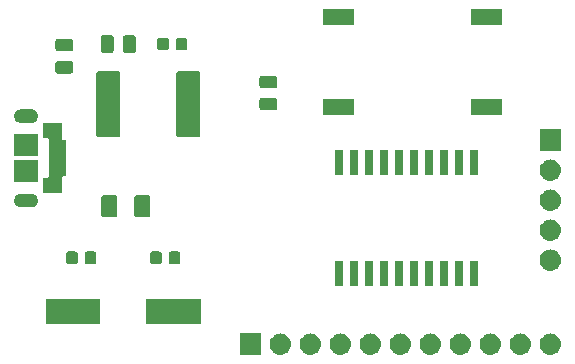
<source format=gbr>
G04 #@! TF.GenerationSoftware,KiCad,Pcbnew,(5.0.1)-4*
G04 #@! TF.CreationDate,2019-08-09T21:17:30+02:00*
G04 #@! TF.ProjectId,USB-SPI_prog,5553422D5350495F70726F672E6B6963,rev?*
G04 #@! TF.SameCoordinates,Original*
G04 #@! TF.FileFunction,Soldermask,Top*
G04 #@! TF.FilePolarity,Negative*
%FSLAX46Y46*%
G04 Gerber Fmt 4.6, Leading zero omitted, Abs format (unit mm)*
G04 Created by KiCad (PCBNEW (5.0.1)-4) date 09.08.2019 21:17:30*
%MOMM*%
%LPD*%
G01*
G04 APERTURE LIST*
%ADD10C,0.100000*%
G04 APERTURE END LIST*
D10*
G36*
X140601000Y-109613000D02*
X138799000Y-109613000D01*
X138799000Y-107811000D01*
X140601000Y-107811000D01*
X140601000Y-109613000D01*
X140601000Y-109613000D01*
G37*
G36*
X162670443Y-107817519D02*
X162736627Y-107824037D01*
X162849853Y-107858384D01*
X162906467Y-107875557D01*
X163045087Y-107949652D01*
X163062991Y-107959222D01*
X163098729Y-107988552D01*
X163200186Y-108071814D01*
X163283448Y-108173271D01*
X163312778Y-108209009D01*
X163312779Y-108209011D01*
X163396443Y-108365533D01*
X163396443Y-108365534D01*
X163447963Y-108535373D01*
X163465359Y-108712000D01*
X163447963Y-108888627D01*
X163413616Y-109001853D01*
X163396443Y-109058467D01*
X163322348Y-109197087D01*
X163312778Y-109214991D01*
X163283448Y-109250729D01*
X163200186Y-109352186D01*
X163098729Y-109435448D01*
X163062991Y-109464778D01*
X163062989Y-109464779D01*
X162906467Y-109548443D01*
X162849853Y-109565616D01*
X162736627Y-109599963D01*
X162670442Y-109606482D01*
X162604260Y-109613000D01*
X162515740Y-109613000D01*
X162449558Y-109606482D01*
X162383373Y-109599963D01*
X162270147Y-109565616D01*
X162213533Y-109548443D01*
X162057011Y-109464779D01*
X162057009Y-109464778D01*
X162021271Y-109435448D01*
X161919814Y-109352186D01*
X161836552Y-109250729D01*
X161807222Y-109214991D01*
X161797652Y-109197087D01*
X161723557Y-109058467D01*
X161706384Y-109001853D01*
X161672037Y-108888627D01*
X161654641Y-108712000D01*
X161672037Y-108535373D01*
X161723557Y-108365534D01*
X161723557Y-108365533D01*
X161807221Y-108209011D01*
X161807222Y-108209009D01*
X161836552Y-108173271D01*
X161919814Y-108071814D01*
X162021271Y-107988552D01*
X162057009Y-107959222D01*
X162074913Y-107949652D01*
X162213533Y-107875557D01*
X162270147Y-107858384D01*
X162383373Y-107824037D01*
X162449557Y-107817519D01*
X162515740Y-107811000D01*
X162604260Y-107811000D01*
X162670443Y-107817519D01*
X162670443Y-107817519D01*
G37*
G36*
X165210443Y-107817519D02*
X165276627Y-107824037D01*
X165389853Y-107858384D01*
X165446467Y-107875557D01*
X165585087Y-107949652D01*
X165602991Y-107959222D01*
X165638729Y-107988552D01*
X165740186Y-108071814D01*
X165823448Y-108173271D01*
X165852778Y-108209009D01*
X165852779Y-108209011D01*
X165936443Y-108365533D01*
X165936443Y-108365534D01*
X165987963Y-108535373D01*
X166005359Y-108712000D01*
X165987963Y-108888627D01*
X165953616Y-109001853D01*
X165936443Y-109058467D01*
X165862348Y-109197087D01*
X165852778Y-109214991D01*
X165823448Y-109250729D01*
X165740186Y-109352186D01*
X165638729Y-109435448D01*
X165602991Y-109464778D01*
X165602989Y-109464779D01*
X165446467Y-109548443D01*
X165389853Y-109565616D01*
X165276627Y-109599963D01*
X165210442Y-109606482D01*
X165144260Y-109613000D01*
X165055740Y-109613000D01*
X164989558Y-109606482D01*
X164923373Y-109599963D01*
X164810147Y-109565616D01*
X164753533Y-109548443D01*
X164597011Y-109464779D01*
X164597009Y-109464778D01*
X164561271Y-109435448D01*
X164459814Y-109352186D01*
X164376552Y-109250729D01*
X164347222Y-109214991D01*
X164337652Y-109197087D01*
X164263557Y-109058467D01*
X164246384Y-109001853D01*
X164212037Y-108888627D01*
X164194641Y-108712000D01*
X164212037Y-108535373D01*
X164263557Y-108365534D01*
X164263557Y-108365533D01*
X164347221Y-108209011D01*
X164347222Y-108209009D01*
X164376552Y-108173271D01*
X164459814Y-108071814D01*
X164561271Y-107988552D01*
X164597009Y-107959222D01*
X164614913Y-107949652D01*
X164753533Y-107875557D01*
X164810147Y-107858384D01*
X164923373Y-107824037D01*
X164989557Y-107817519D01*
X165055740Y-107811000D01*
X165144260Y-107811000D01*
X165210443Y-107817519D01*
X165210443Y-107817519D01*
G37*
G36*
X160130443Y-107817519D02*
X160196627Y-107824037D01*
X160309853Y-107858384D01*
X160366467Y-107875557D01*
X160505087Y-107949652D01*
X160522991Y-107959222D01*
X160558729Y-107988552D01*
X160660186Y-108071814D01*
X160743448Y-108173271D01*
X160772778Y-108209009D01*
X160772779Y-108209011D01*
X160856443Y-108365533D01*
X160856443Y-108365534D01*
X160907963Y-108535373D01*
X160925359Y-108712000D01*
X160907963Y-108888627D01*
X160873616Y-109001853D01*
X160856443Y-109058467D01*
X160782348Y-109197087D01*
X160772778Y-109214991D01*
X160743448Y-109250729D01*
X160660186Y-109352186D01*
X160558729Y-109435448D01*
X160522991Y-109464778D01*
X160522989Y-109464779D01*
X160366467Y-109548443D01*
X160309853Y-109565616D01*
X160196627Y-109599963D01*
X160130442Y-109606482D01*
X160064260Y-109613000D01*
X159975740Y-109613000D01*
X159909558Y-109606482D01*
X159843373Y-109599963D01*
X159730147Y-109565616D01*
X159673533Y-109548443D01*
X159517011Y-109464779D01*
X159517009Y-109464778D01*
X159481271Y-109435448D01*
X159379814Y-109352186D01*
X159296552Y-109250729D01*
X159267222Y-109214991D01*
X159257652Y-109197087D01*
X159183557Y-109058467D01*
X159166384Y-109001853D01*
X159132037Y-108888627D01*
X159114641Y-108712000D01*
X159132037Y-108535373D01*
X159183557Y-108365534D01*
X159183557Y-108365533D01*
X159267221Y-108209011D01*
X159267222Y-108209009D01*
X159296552Y-108173271D01*
X159379814Y-108071814D01*
X159481271Y-107988552D01*
X159517009Y-107959222D01*
X159534913Y-107949652D01*
X159673533Y-107875557D01*
X159730147Y-107858384D01*
X159843373Y-107824037D01*
X159909557Y-107817519D01*
X159975740Y-107811000D01*
X160064260Y-107811000D01*
X160130443Y-107817519D01*
X160130443Y-107817519D01*
G37*
G36*
X157590443Y-107817519D02*
X157656627Y-107824037D01*
X157769853Y-107858384D01*
X157826467Y-107875557D01*
X157965087Y-107949652D01*
X157982991Y-107959222D01*
X158018729Y-107988552D01*
X158120186Y-108071814D01*
X158203448Y-108173271D01*
X158232778Y-108209009D01*
X158232779Y-108209011D01*
X158316443Y-108365533D01*
X158316443Y-108365534D01*
X158367963Y-108535373D01*
X158385359Y-108712000D01*
X158367963Y-108888627D01*
X158333616Y-109001853D01*
X158316443Y-109058467D01*
X158242348Y-109197087D01*
X158232778Y-109214991D01*
X158203448Y-109250729D01*
X158120186Y-109352186D01*
X158018729Y-109435448D01*
X157982991Y-109464778D01*
X157982989Y-109464779D01*
X157826467Y-109548443D01*
X157769853Y-109565616D01*
X157656627Y-109599963D01*
X157590442Y-109606482D01*
X157524260Y-109613000D01*
X157435740Y-109613000D01*
X157369558Y-109606482D01*
X157303373Y-109599963D01*
X157190147Y-109565616D01*
X157133533Y-109548443D01*
X156977011Y-109464779D01*
X156977009Y-109464778D01*
X156941271Y-109435448D01*
X156839814Y-109352186D01*
X156756552Y-109250729D01*
X156727222Y-109214991D01*
X156717652Y-109197087D01*
X156643557Y-109058467D01*
X156626384Y-109001853D01*
X156592037Y-108888627D01*
X156574641Y-108712000D01*
X156592037Y-108535373D01*
X156643557Y-108365534D01*
X156643557Y-108365533D01*
X156727221Y-108209011D01*
X156727222Y-108209009D01*
X156756552Y-108173271D01*
X156839814Y-108071814D01*
X156941271Y-107988552D01*
X156977009Y-107959222D01*
X156994913Y-107949652D01*
X157133533Y-107875557D01*
X157190147Y-107858384D01*
X157303373Y-107824037D01*
X157369557Y-107817519D01*
X157435740Y-107811000D01*
X157524260Y-107811000D01*
X157590443Y-107817519D01*
X157590443Y-107817519D01*
G37*
G36*
X155050443Y-107817519D02*
X155116627Y-107824037D01*
X155229853Y-107858384D01*
X155286467Y-107875557D01*
X155425087Y-107949652D01*
X155442991Y-107959222D01*
X155478729Y-107988552D01*
X155580186Y-108071814D01*
X155663448Y-108173271D01*
X155692778Y-108209009D01*
X155692779Y-108209011D01*
X155776443Y-108365533D01*
X155776443Y-108365534D01*
X155827963Y-108535373D01*
X155845359Y-108712000D01*
X155827963Y-108888627D01*
X155793616Y-109001853D01*
X155776443Y-109058467D01*
X155702348Y-109197087D01*
X155692778Y-109214991D01*
X155663448Y-109250729D01*
X155580186Y-109352186D01*
X155478729Y-109435448D01*
X155442991Y-109464778D01*
X155442989Y-109464779D01*
X155286467Y-109548443D01*
X155229853Y-109565616D01*
X155116627Y-109599963D01*
X155050442Y-109606482D01*
X154984260Y-109613000D01*
X154895740Y-109613000D01*
X154829558Y-109606482D01*
X154763373Y-109599963D01*
X154650147Y-109565616D01*
X154593533Y-109548443D01*
X154437011Y-109464779D01*
X154437009Y-109464778D01*
X154401271Y-109435448D01*
X154299814Y-109352186D01*
X154216552Y-109250729D01*
X154187222Y-109214991D01*
X154177652Y-109197087D01*
X154103557Y-109058467D01*
X154086384Y-109001853D01*
X154052037Y-108888627D01*
X154034641Y-108712000D01*
X154052037Y-108535373D01*
X154103557Y-108365534D01*
X154103557Y-108365533D01*
X154187221Y-108209011D01*
X154187222Y-108209009D01*
X154216552Y-108173271D01*
X154299814Y-108071814D01*
X154401271Y-107988552D01*
X154437009Y-107959222D01*
X154454913Y-107949652D01*
X154593533Y-107875557D01*
X154650147Y-107858384D01*
X154763373Y-107824037D01*
X154829557Y-107817519D01*
X154895740Y-107811000D01*
X154984260Y-107811000D01*
X155050443Y-107817519D01*
X155050443Y-107817519D01*
G37*
G36*
X149970443Y-107817519D02*
X150036627Y-107824037D01*
X150149853Y-107858384D01*
X150206467Y-107875557D01*
X150345087Y-107949652D01*
X150362991Y-107959222D01*
X150398729Y-107988552D01*
X150500186Y-108071814D01*
X150583448Y-108173271D01*
X150612778Y-108209009D01*
X150612779Y-108209011D01*
X150696443Y-108365533D01*
X150696443Y-108365534D01*
X150747963Y-108535373D01*
X150765359Y-108712000D01*
X150747963Y-108888627D01*
X150713616Y-109001853D01*
X150696443Y-109058467D01*
X150622348Y-109197087D01*
X150612778Y-109214991D01*
X150583448Y-109250729D01*
X150500186Y-109352186D01*
X150398729Y-109435448D01*
X150362991Y-109464778D01*
X150362989Y-109464779D01*
X150206467Y-109548443D01*
X150149853Y-109565616D01*
X150036627Y-109599963D01*
X149970442Y-109606482D01*
X149904260Y-109613000D01*
X149815740Y-109613000D01*
X149749558Y-109606482D01*
X149683373Y-109599963D01*
X149570147Y-109565616D01*
X149513533Y-109548443D01*
X149357011Y-109464779D01*
X149357009Y-109464778D01*
X149321271Y-109435448D01*
X149219814Y-109352186D01*
X149136552Y-109250729D01*
X149107222Y-109214991D01*
X149097652Y-109197087D01*
X149023557Y-109058467D01*
X149006384Y-109001853D01*
X148972037Y-108888627D01*
X148954641Y-108712000D01*
X148972037Y-108535373D01*
X149023557Y-108365534D01*
X149023557Y-108365533D01*
X149107221Y-108209011D01*
X149107222Y-108209009D01*
X149136552Y-108173271D01*
X149219814Y-108071814D01*
X149321271Y-107988552D01*
X149357009Y-107959222D01*
X149374913Y-107949652D01*
X149513533Y-107875557D01*
X149570147Y-107858384D01*
X149683373Y-107824037D01*
X149749557Y-107817519D01*
X149815740Y-107811000D01*
X149904260Y-107811000D01*
X149970443Y-107817519D01*
X149970443Y-107817519D01*
G37*
G36*
X147430443Y-107817519D02*
X147496627Y-107824037D01*
X147609853Y-107858384D01*
X147666467Y-107875557D01*
X147805087Y-107949652D01*
X147822991Y-107959222D01*
X147858729Y-107988552D01*
X147960186Y-108071814D01*
X148043448Y-108173271D01*
X148072778Y-108209009D01*
X148072779Y-108209011D01*
X148156443Y-108365533D01*
X148156443Y-108365534D01*
X148207963Y-108535373D01*
X148225359Y-108712000D01*
X148207963Y-108888627D01*
X148173616Y-109001853D01*
X148156443Y-109058467D01*
X148082348Y-109197087D01*
X148072778Y-109214991D01*
X148043448Y-109250729D01*
X147960186Y-109352186D01*
X147858729Y-109435448D01*
X147822991Y-109464778D01*
X147822989Y-109464779D01*
X147666467Y-109548443D01*
X147609853Y-109565616D01*
X147496627Y-109599963D01*
X147430442Y-109606482D01*
X147364260Y-109613000D01*
X147275740Y-109613000D01*
X147209558Y-109606482D01*
X147143373Y-109599963D01*
X147030147Y-109565616D01*
X146973533Y-109548443D01*
X146817011Y-109464779D01*
X146817009Y-109464778D01*
X146781271Y-109435448D01*
X146679814Y-109352186D01*
X146596552Y-109250729D01*
X146567222Y-109214991D01*
X146557652Y-109197087D01*
X146483557Y-109058467D01*
X146466384Y-109001853D01*
X146432037Y-108888627D01*
X146414641Y-108712000D01*
X146432037Y-108535373D01*
X146483557Y-108365534D01*
X146483557Y-108365533D01*
X146567221Y-108209011D01*
X146567222Y-108209009D01*
X146596552Y-108173271D01*
X146679814Y-108071814D01*
X146781271Y-107988552D01*
X146817009Y-107959222D01*
X146834913Y-107949652D01*
X146973533Y-107875557D01*
X147030147Y-107858384D01*
X147143373Y-107824037D01*
X147209557Y-107817519D01*
X147275740Y-107811000D01*
X147364260Y-107811000D01*
X147430443Y-107817519D01*
X147430443Y-107817519D01*
G37*
G36*
X144890443Y-107817519D02*
X144956627Y-107824037D01*
X145069853Y-107858384D01*
X145126467Y-107875557D01*
X145265087Y-107949652D01*
X145282991Y-107959222D01*
X145318729Y-107988552D01*
X145420186Y-108071814D01*
X145503448Y-108173271D01*
X145532778Y-108209009D01*
X145532779Y-108209011D01*
X145616443Y-108365533D01*
X145616443Y-108365534D01*
X145667963Y-108535373D01*
X145685359Y-108712000D01*
X145667963Y-108888627D01*
X145633616Y-109001853D01*
X145616443Y-109058467D01*
X145542348Y-109197087D01*
X145532778Y-109214991D01*
X145503448Y-109250729D01*
X145420186Y-109352186D01*
X145318729Y-109435448D01*
X145282991Y-109464778D01*
X145282989Y-109464779D01*
X145126467Y-109548443D01*
X145069853Y-109565616D01*
X144956627Y-109599963D01*
X144890442Y-109606482D01*
X144824260Y-109613000D01*
X144735740Y-109613000D01*
X144669558Y-109606482D01*
X144603373Y-109599963D01*
X144490147Y-109565616D01*
X144433533Y-109548443D01*
X144277011Y-109464779D01*
X144277009Y-109464778D01*
X144241271Y-109435448D01*
X144139814Y-109352186D01*
X144056552Y-109250729D01*
X144027222Y-109214991D01*
X144017652Y-109197087D01*
X143943557Y-109058467D01*
X143926384Y-109001853D01*
X143892037Y-108888627D01*
X143874641Y-108712000D01*
X143892037Y-108535373D01*
X143943557Y-108365534D01*
X143943557Y-108365533D01*
X144027221Y-108209011D01*
X144027222Y-108209009D01*
X144056552Y-108173271D01*
X144139814Y-108071814D01*
X144241271Y-107988552D01*
X144277009Y-107959222D01*
X144294913Y-107949652D01*
X144433533Y-107875557D01*
X144490147Y-107858384D01*
X144603373Y-107824037D01*
X144669557Y-107817519D01*
X144735740Y-107811000D01*
X144824260Y-107811000D01*
X144890443Y-107817519D01*
X144890443Y-107817519D01*
G37*
G36*
X142350443Y-107817519D02*
X142416627Y-107824037D01*
X142529853Y-107858384D01*
X142586467Y-107875557D01*
X142725087Y-107949652D01*
X142742991Y-107959222D01*
X142778729Y-107988552D01*
X142880186Y-108071814D01*
X142963448Y-108173271D01*
X142992778Y-108209009D01*
X142992779Y-108209011D01*
X143076443Y-108365533D01*
X143076443Y-108365534D01*
X143127963Y-108535373D01*
X143145359Y-108712000D01*
X143127963Y-108888627D01*
X143093616Y-109001853D01*
X143076443Y-109058467D01*
X143002348Y-109197087D01*
X142992778Y-109214991D01*
X142963448Y-109250729D01*
X142880186Y-109352186D01*
X142778729Y-109435448D01*
X142742991Y-109464778D01*
X142742989Y-109464779D01*
X142586467Y-109548443D01*
X142529853Y-109565616D01*
X142416627Y-109599963D01*
X142350442Y-109606482D01*
X142284260Y-109613000D01*
X142195740Y-109613000D01*
X142129558Y-109606482D01*
X142063373Y-109599963D01*
X141950147Y-109565616D01*
X141893533Y-109548443D01*
X141737011Y-109464779D01*
X141737009Y-109464778D01*
X141701271Y-109435448D01*
X141599814Y-109352186D01*
X141516552Y-109250729D01*
X141487222Y-109214991D01*
X141477652Y-109197087D01*
X141403557Y-109058467D01*
X141386384Y-109001853D01*
X141352037Y-108888627D01*
X141334641Y-108712000D01*
X141352037Y-108535373D01*
X141403557Y-108365534D01*
X141403557Y-108365533D01*
X141487221Y-108209011D01*
X141487222Y-108209009D01*
X141516552Y-108173271D01*
X141599814Y-108071814D01*
X141701271Y-107988552D01*
X141737009Y-107959222D01*
X141754913Y-107949652D01*
X141893533Y-107875557D01*
X141950147Y-107858384D01*
X142063373Y-107824037D01*
X142129557Y-107817519D01*
X142195740Y-107811000D01*
X142284260Y-107811000D01*
X142350443Y-107817519D01*
X142350443Y-107817519D01*
G37*
G36*
X152510443Y-107817519D02*
X152576627Y-107824037D01*
X152689853Y-107858384D01*
X152746467Y-107875557D01*
X152885087Y-107949652D01*
X152902991Y-107959222D01*
X152938729Y-107988552D01*
X153040186Y-108071814D01*
X153123448Y-108173271D01*
X153152778Y-108209009D01*
X153152779Y-108209011D01*
X153236443Y-108365533D01*
X153236443Y-108365534D01*
X153287963Y-108535373D01*
X153305359Y-108712000D01*
X153287963Y-108888627D01*
X153253616Y-109001853D01*
X153236443Y-109058467D01*
X153162348Y-109197087D01*
X153152778Y-109214991D01*
X153123448Y-109250729D01*
X153040186Y-109352186D01*
X152938729Y-109435448D01*
X152902991Y-109464778D01*
X152902989Y-109464779D01*
X152746467Y-109548443D01*
X152689853Y-109565616D01*
X152576627Y-109599963D01*
X152510442Y-109606482D01*
X152444260Y-109613000D01*
X152355740Y-109613000D01*
X152289558Y-109606482D01*
X152223373Y-109599963D01*
X152110147Y-109565616D01*
X152053533Y-109548443D01*
X151897011Y-109464779D01*
X151897009Y-109464778D01*
X151861271Y-109435448D01*
X151759814Y-109352186D01*
X151676552Y-109250729D01*
X151647222Y-109214991D01*
X151637652Y-109197087D01*
X151563557Y-109058467D01*
X151546384Y-109001853D01*
X151512037Y-108888627D01*
X151494641Y-108712000D01*
X151512037Y-108535373D01*
X151563557Y-108365534D01*
X151563557Y-108365533D01*
X151647221Y-108209011D01*
X151647222Y-108209009D01*
X151676552Y-108173271D01*
X151759814Y-108071814D01*
X151861271Y-107988552D01*
X151897009Y-107959222D01*
X151914913Y-107949652D01*
X152053533Y-107875557D01*
X152110147Y-107858384D01*
X152223373Y-107824037D01*
X152289557Y-107817519D01*
X152355740Y-107811000D01*
X152444260Y-107811000D01*
X152510443Y-107817519D01*
X152510443Y-107817519D01*
G37*
G36*
X126990598Y-107020831D02*
X122388598Y-107020831D01*
X122388598Y-104918831D01*
X126990598Y-104918831D01*
X126990598Y-107020831D01*
X126990598Y-107020831D01*
G37*
G36*
X135490598Y-107020831D02*
X130888598Y-107020831D01*
X130888598Y-104918831D01*
X135490598Y-104918831D01*
X135490598Y-107020831D01*
X135490598Y-107020831D01*
G37*
G36*
X153894000Y-103770000D02*
X153192000Y-103770000D01*
X153192000Y-101718000D01*
X153894000Y-101718000D01*
X153894000Y-103770000D01*
X153894000Y-103770000D01*
G37*
G36*
X158974000Y-103770000D02*
X158272000Y-103770000D01*
X158272000Y-101718000D01*
X158974000Y-101718000D01*
X158974000Y-103770000D01*
X158974000Y-103770000D01*
G37*
G36*
X156434000Y-103770000D02*
X155732000Y-103770000D01*
X155732000Y-101718000D01*
X156434000Y-101718000D01*
X156434000Y-103770000D01*
X156434000Y-103770000D01*
G37*
G36*
X155164000Y-103770000D02*
X154462000Y-103770000D01*
X154462000Y-101718000D01*
X155164000Y-101718000D01*
X155164000Y-103770000D01*
X155164000Y-103770000D01*
G37*
G36*
X152624000Y-103770000D02*
X151922000Y-103770000D01*
X151922000Y-101718000D01*
X152624000Y-101718000D01*
X152624000Y-103770000D01*
X152624000Y-103770000D01*
G37*
G36*
X151354000Y-103770000D02*
X150652000Y-103770000D01*
X150652000Y-101718000D01*
X151354000Y-101718000D01*
X151354000Y-103770000D01*
X151354000Y-103770000D01*
G37*
G36*
X150084000Y-103770000D02*
X149382000Y-103770000D01*
X149382000Y-101718000D01*
X150084000Y-101718000D01*
X150084000Y-103770000D01*
X150084000Y-103770000D01*
G37*
G36*
X148814000Y-103770000D02*
X148112000Y-103770000D01*
X148112000Y-101718000D01*
X148814000Y-101718000D01*
X148814000Y-103770000D01*
X148814000Y-103770000D01*
G37*
G36*
X147544000Y-103770000D02*
X146842000Y-103770000D01*
X146842000Y-101718000D01*
X147544000Y-101718000D01*
X147544000Y-103770000D01*
X147544000Y-103770000D01*
G37*
G36*
X157704000Y-103770000D02*
X157002000Y-103770000D01*
X157002000Y-101718000D01*
X157704000Y-101718000D01*
X157704000Y-103770000D01*
X157704000Y-103770000D01*
G37*
G36*
X165210443Y-100705519D02*
X165276627Y-100712037D01*
X165389853Y-100746384D01*
X165446467Y-100763557D01*
X165585087Y-100837652D01*
X165602991Y-100847222D01*
X165632977Y-100871831D01*
X165740186Y-100959814D01*
X165791721Y-101022611D01*
X165852778Y-101097009D01*
X165852779Y-101097011D01*
X165936443Y-101253533D01*
X165936443Y-101253534D01*
X165987963Y-101423373D01*
X166005359Y-101600000D01*
X165987963Y-101776627D01*
X165965010Y-101852292D01*
X165936443Y-101946467D01*
X165862348Y-102085087D01*
X165852778Y-102102991D01*
X165823448Y-102138729D01*
X165740186Y-102240186D01*
X165638729Y-102323448D01*
X165602991Y-102352778D01*
X165602989Y-102352779D01*
X165446467Y-102436443D01*
X165389853Y-102453616D01*
X165276627Y-102487963D01*
X165210442Y-102494482D01*
X165144260Y-102501000D01*
X165055740Y-102501000D01*
X164989558Y-102494482D01*
X164923373Y-102487963D01*
X164810147Y-102453616D01*
X164753533Y-102436443D01*
X164597011Y-102352779D01*
X164597009Y-102352778D01*
X164561271Y-102323448D01*
X164459814Y-102240186D01*
X164376552Y-102138729D01*
X164347222Y-102102991D01*
X164337652Y-102085087D01*
X164263557Y-101946467D01*
X164234990Y-101852292D01*
X164212037Y-101776627D01*
X164194641Y-101600000D01*
X164212037Y-101423373D01*
X164263557Y-101253534D01*
X164263557Y-101253533D01*
X164347221Y-101097011D01*
X164347222Y-101097009D01*
X164408279Y-101022611D01*
X164459814Y-100959814D01*
X164567023Y-100871831D01*
X164597009Y-100847222D01*
X164614913Y-100837652D01*
X164753533Y-100763557D01*
X164810147Y-100746384D01*
X164923373Y-100712037D01*
X164989557Y-100705519D01*
X165055740Y-100699000D01*
X165144260Y-100699000D01*
X165210443Y-100705519D01*
X165210443Y-100705519D01*
G37*
G36*
X132050189Y-100875916D02*
X132084167Y-100886224D01*
X132115485Y-100902964D01*
X132142937Y-100925492D01*
X132165465Y-100952944D01*
X132182205Y-100984262D01*
X132192513Y-101018240D01*
X132196598Y-101059721D01*
X132196598Y-101735941D01*
X132192513Y-101777422D01*
X132182205Y-101811400D01*
X132165465Y-101842718D01*
X132142937Y-101870170D01*
X132115485Y-101892698D01*
X132084167Y-101909438D01*
X132050189Y-101919746D01*
X132008708Y-101923831D01*
X131407488Y-101923831D01*
X131366007Y-101919746D01*
X131332029Y-101909438D01*
X131300711Y-101892698D01*
X131273259Y-101870170D01*
X131250731Y-101842718D01*
X131233991Y-101811400D01*
X131223683Y-101777422D01*
X131219598Y-101735941D01*
X131219598Y-101059721D01*
X131223683Y-101018240D01*
X131233991Y-100984262D01*
X131250731Y-100952944D01*
X131273259Y-100925492D01*
X131300711Y-100902964D01*
X131332029Y-100886224D01*
X131366007Y-100875916D01*
X131407488Y-100871831D01*
X132008708Y-100871831D01*
X132050189Y-100875916D01*
X132050189Y-100875916D01*
G37*
G36*
X133625189Y-100875916D02*
X133659167Y-100886224D01*
X133690485Y-100902964D01*
X133717937Y-100925492D01*
X133740465Y-100952944D01*
X133757205Y-100984262D01*
X133767513Y-101018240D01*
X133771598Y-101059721D01*
X133771598Y-101735941D01*
X133767513Y-101777422D01*
X133757205Y-101811400D01*
X133740465Y-101842718D01*
X133717937Y-101870170D01*
X133690485Y-101892698D01*
X133659167Y-101909438D01*
X133625189Y-101919746D01*
X133583708Y-101923831D01*
X132982488Y-101923831D01*
X132941007Y-101919746D01*
X132907029Y-101909438D01*
X132875711Y-101892698D01*
X132848259Y-101870170D01*
X132825731Y-101842718D01*
X132808991Y-101811400D01*
X132798683Y-101777422D01*
X132794598Y-101735941D01*
X132794598Y-101059721D01*
X132798683Y-101018240D01*
X132808991Y-100984262D01*
X132825731Y-100952944D01*
X132848259Y-100925492D01*
X132875711Y-100902964D01*
X132907029Y-100886224D01*
X132941007Y-100875916D01*
X132982488Y-100871831D01*
X133583708Y-100871831D01*
X133625189Y-100875916D01*
X133625189Y-100875916D01*
G37*
G36*
X124938189Y-100875916D02*
X124972167Y-100886224D01*
X125003485Y-100902964D01*
X125030937Y-100925492D01*
X125053465Y-100952944D01*
X125070205Y-100984262D01*
X125080513Y-101018240D01*
X125084598Y-101059721D01*
X125084598Y-101735941D01*
X125080513Y-101777422D01*
X125070205Y-101811400D01*
X125053465Y-101842718D01*
X125030937Y-101870170D01*
X125003485Y-101892698D01*
X124972167Y-101909438D01*
X124938189Y-101919746D01*
X124896708Y-101923831D01*
X124295488Y-101923831D01*
X124254007Y-101919746D01*
X124220029Y-101909438D01*
X124188711Y-101892698D01*
X124161259Y-101870170D01*
X124138731Y-101842718D01*
X124121991Y-101811400D01*
X124111683Y-101777422D01*
X124107598Y-101735941D01*
X124107598Y-101059721D01*
X124111683Y-101018240D01*
X124121991Y-100984262D01*
X124138731Y-100952944D01*
X124161259Y-100925492D01*
X124188711Y-100902964D01*
X124220029Y-100886224D01*
X124254007Y-100875916D01*
X124295488Y-100871831D01*
X124896708Y-100871831D01*
X124938189Y-100875916D01*
X124938189Y-100875916D01*
G37*
G36*
X126513189Y-100875916D02*
X126547167Y-100886224D01*
X126578485Y-100902964D01*
X126605937Y-100925492D01*
X126628465Y-100952944D01*
X126645205Y-100984262D01*
X126655513Y-101018240D01*
X126659598Y-101059721D01*
X126659598Y-101735941D01*
X126655513Y-101777422D01*
X126645205Y-101811400D01*
X126628465Y-101842718D01*
X126605937Y-101870170D01*
X126578485Y-101892698D01*
X126547167Y-101909438D01*
X126513189Y-101919746D01*
X126471708Y-101923831D01*
X125870488Y-101923831D01*
X125829007Y-101919746D01*
X125795029Y-101909438D01*
X125763711Y-101892698D01*
X125736259Y-101870170D01*
X125713731Y-101842718D01*
X125696991Y-101811400D01*
X125686683Y-101777422D01*
X125682598Y-101735941D01*
X125682598Y-101059721D01*
X125686683Y-101018240D01*
X125696991Y-100984262D01*
X125713731Y-100952944D01*
X125736259Y-100925492D01*
X125763711Y-100902964D01*
X125795029Y-100886224D01*
X125829007Y-100875916D01*
X125870488Y-100871831D01*
X126471708Y-100871831D01*
X126513189Y-100875916D01*
X126513189Y-100875916D01*
G37*
G36*
X165210443Y-98165519D02*
X165276627Y-98172037D01*
X165389853Y-98206384D01*
X165446467Y-98223557D01*
X165585087Y-98297652D01*
X165602991Y-98307222D01*
X165638729Y-98336552D01*
X165740186Y-98419814D01*
X165823448Y-98521271D01*
X165852778Y-98557009D01*
X165852779Y-98557011D01*
X165936443Y-98713533D01*
X165936443Y-98713534D01*
X165987963Y-98883373D01*
X166005359Y-99060000D01*
X165987963Y-99236627D01*
X165953616Y-99349853D01*
X165936443Y-99406467D01*
X165862348Y-99545087D01*
X165852778Y-99562991D01*
X165823448Y-99598729D01*
X165740186Y-99700186D01*
X165638729Y-99783448D01*
X165602991Y-99812778D01*
X165602989Y-99812779D01*
X165446467Y-99896443D01*
X165389853Y-99913616D01*
X165276627Y-99947963D01*
X165210443Y-99954481D01*
X165144260Y-99961000D01*
X165055740Y-99961000D01*
X164989557Y-99954481D01*
X164923373Y-99947963D01*
X164810147Y-99913616D01*
X164753533Y-99896443D01*
X164597011Y-99812779D01*
X164597009Y-99812778D01*
X164561271Y-99783448D01*
X164459814Y-99700186D01*
X164376552Y-99598729D01*
X164347222Y-99562991D01*
X164337652Y-99545087D01*
X164263557Y-99406467D01*
X164246384Y-99349853D01*
X164212037Y-99236627D01*
X164194641Y-99060000D01*
X164212037Y-98883373D01*
X164263557Y-98713534D01*
X164263557Y-98713533D01*
X164347221Y-98557011D01*
X164347222Y-98557009D01*
X164376552Y-98521271D01*
X164459814Y-98419814D01*
X164561271Y-98336552D01*
X164597009Y-98307222D01*
X164614913Y-98297652D01*
X164753533Y-98223557D01*
X164810147Y-98206384D01*
X164923373Y-98172037D01*
X164989557Y-98165519D01*
X165055740Y-98159000D01*
X165144260Y-98159000D01*
X165210443Y-98165519D01*
X165210443Y-98165519D01*
G37*
G36*
X131074604Y-96106347D02*
X131111145Y-96117432D01*
X131144820Y-96135431D01*
X131174341Y-96159659D01*
X131198569Y-96189180D01*
X131216568Y-96222855D01*
X131227653Y-96259396D01*
X131232000Y-96303538D01*
X131232000Y-97752462D01*
X131227653Y-97796604D01*
X131216568Y-97833145D01*
X131198569Y-97866820D01*
X131174341Y-97896341D01*
X131144820Y-97920569D01*
X131111145Y-97938568D01*
X131074604Y-97949653D01*
X131030462Y-97954000D01*
X130081538Y-97954000D01*
X130037396Y-97949653D01*
X130000855Y-97938568D01*
X129967180Y-97920569D01*
X129937659Y-97896341D01*
X129913431Y-97866820D01*
X129895432Y-97833145D01*
X129884347Y-97796604D01*
X129880000Y-97752462D01*
X129880000Y-96303538D01*
X129884347Y-96259396D01*
X129895432Y-96222855D01*
X129913431Y-96189180D01*
X129937659Y-96159659D01*
X129967180Y-96135431D01*
X130000855Y-96117432D01*
X130037396Y-96106347D01*
X130081538Y-96102000D01*
X131030462Y-96102000D01*
X131074604Y-96106347D01*
X131074604Y-96106347D01*
G37*
G36*
X128274604Y-96106347D02*
X128311145Y-96117432D01*
X128344820Y-96135431D01*
X128374341Y-96159659D01*
X128398569Y-96189180D01*
X128416568Y-96222855D01*
X128427653Y-96259396D01*
X128432000Y-96303538D01*
X128432000Y-97752462D01*
X128427653Y-97796604D01*
X128416568Y-97833145D01*
X128398569Y-97866820D01*
X128374341Y-97896341D01*
X128344820Y-97920569D01*
X128311145Y-97938568D01*
X128274604Y-97949653D01*
X128230462Y-97954000D01*
X127281538Y-97954000D01*
X127237396Y-97949653D01*
X127200855Y-97938568D01*
X127167180Y-97920569D01*
X127137659Y-97896341D01*
X127113431Y-97866820D01*
X127095432Y-97833145D01*
X127084347Y-97796604D01*
X127080000Y-97752462D01*
X127080000Y-96303538D01*
X127084347Y-96259396D01*
X127095432Y-96222855D01*
X127113431Y-96189180D01*
X127137659Y-96159659D01*
X127167180Y-96135431D01*
X127200855Y-96117432D01*
X127237396Y-96106347D01*
X127281538Y-96102000D01*
X128230462Y-96102000D01*
X128274604Y-96106347D01*
X128274604Y-96106347D01*
G37*
G36*
X165210442Y-95625518D02*
X165276627Y-95632037D01*
X165389853Y-95666384D01*
X165446467Y-95683557D01*
X165585087Y-95757652D01*
X165602991Y-95767222D01*
X165638729Y-95796552D01*
X165740186Y-95879814D01*
X165808454Y-95963000D01*
X165852778Y-96017009D01*
X165852779Y-96017011D01*
X165936443Y-96173533D01*
X165936443Y-96173534D01*
X165987963Y-96343373D01*
X166005359Y-96520000D01*
X165987963Y-96696627D01*
X165968590Y-96760492D01*
X165936443Y-96866467D01*
X165892721Y-96948264D01*
X165852778Y-97022991D01*
X165823448Y-97058729D01*
X165740186Y-97160186D01*
X165638729Y-97243448D01*
X165602991Y-97272778D01*
X165602989Y-97272779D01*
X165446467Y-97356443D01*
X165389853Y-97373616D01*
X165276627Y-97407963D01*
X165210442Y-97414482D01*
X165144260Y-97421000D01*
X165055740Y-97421000D01*
X164989558Y-97414482D01*
X164923373Y-97407963D01*
X164810147Y-97373616D01*
X164753533Y-97356443D01*
X164597011Y-97272779D01*
X164597009Y-97272778D01*
X164561271Y-97243448D01*
X164459814Y-97160186D01*
X164376552Y-97058729D01*
X164347222Y-97022991D01*
X164307279Y-96948264D01*
X164263557Y-96866467D01*
X164231410Y-96760492D01*
X164212037Y-96696627D01*
X164194641Y-96520000D01*
X164212037Y-96343373D01*
X164263557Y-96173534D01*
X164263557Y-96173533D01*
X164347221Y-96017011D01*
X164347222Y-96017009D01*
X164391546Y-95963000D01*
X164459814Y-95879814D01*
X164561271Y-95796552D01*
X164597009Y-95767222D01*
X164614913Y-95757652D01*
X164753533Y-95683557D01*
X164810147Y-95666384D01*
X164923373Y-95632037D01*
X164989558Y-95625518D01*
X165055740Y-95619000D01*
X165144260Y-95619000D01*
X165210442Y-95625518D01*
X165210442Y-95625518D01*
G37*
G36*
X121257916Y-95971334D02*
X121366492Y-96004271D01*
X121466557Y-96057756D01*
X121554264Y-96129736D01*
X121626244Y-96217443D01*
X121679729Y-96317508D01*
X121712666Y-96426084D01*
X121723787Y-96539000D01*
X121712666Y-96651916D01*
X121679729Y-96760492D01*
X121626244Y-96860557D01*
X121554264Y-96948264D01*
X121466557Y-97020244D01*
X121366492Y-97073729D01*
X121257916Y-97106666D01*
X121173298Y-97115000D01*
X120266702Y-97115000D01*
X120182084Y-97106666D01*
X120073508Y-97073729D01*
X119973443Y-97020244D01*
X119885736Y-96948264D01*
X119813756Y-96860557D01*
X119760271Y-96760492D01*
X119727334Y-96651916D01*
X119716213Y-96539000D01*
X119727334Y-96426084D01*
X119760271Y-96317508D01*
X119813756Y-96217443D01*
X119885736Y-96129736D01*
X119973443Y-96057756D01*
X120073508Y-96004271D01*
X120182084Y-95971334D01*
X120266702Y-95963000D01*
X121173298Y-95963000D01*
X121257916Y-95971334D01*
X121257916Y-95971334D01*
G37*
G36*
X123726000Y-91288000D02*
X123728402Y-91312386D01*
X123735515Y-91335835D01*
X123747066Y-91357446D01*
X123762612Y-91376388D01*
X123781554Y-91391934D01*
X123803165Y-91403485D01*
X123826614Y-91410598D01*
X123851000Y-91413000D01*
X124121000Y-91413000D01*
X124121000Y-94515000D01*
X123851000Y-94515000D01*
X123826614Y-94517402D01*
X123803165Y-94524515D01*
X123781554Y-94536066D01*
X123762612Y-94551612D01*
X123747066Y-94570554D01*
X123735515Y-94592165D01*
X123728402Y-94615614D01*
X123726000Y-94640000D01*
X123726000Y-95910000D01*
X122174000Y-95910000D01*
X122174000Y-94658000D01*
X122494000Y-94658000D01*
X122518386Y-94655598D01*
X122541835Y-94648485D01*
X122563446Y-94636934D01*
X122582388Y-94621388D01*
X122597934Y-94602446D01*
X122609485Y-94580835D01*
X122616598Y-94557386D01*
X122619000Y-94533000D01*
X122619000Y-91395000D01*
X122616598Y-91370614D01*
X122609485Y-91347165D01*
X122597934Y-91325554D01*
X122582388Y-91306612D01*
X122563446Y-91291066D01*
X122541835Y-91279515D01*
X122518386Y-91272402D01*
X122494000Y-91270000D01*
X122174000Y-91270000D01*
X122174000Y-90018000D01*
X123726000Y-90018000D01*
X123726000Y-91288000D01*
X123726000Y-91288000D01*
G37*
G36*
X121721000Y-95015000D02*
X119719000Y-95015000D01*
X119719000Y-93163000D01*
X121721000Y-93163000D01*
X121721000Y-95015000D01*
X121721000Y-95015000D01*
G37*
G36*
X165210443Y-93085519D02*
X165276627Y-93092037D01*
X165389853Y-93126384D01*
X165446467Y-93143557D01*
X165580125Y-93215000D01*
X165602991Y-93227222D01*
X165638729Y-93256552D01*
X165740186Y-93339814D01*
X165823448Y-93441271D01*
X165852778Y-93477009D01*
X165852779Y-93477011D01*
X165936443Y-93633533D01*
X165936443Y-93633534D01*
X165987963Y-93803373D01*
X166005359Y-93980000D01*
X165987963Y-94156627D01*
X165953616Y-94269853D01*
X165936443Y-94326467D01*
X165862348Y-94465087D01*
X165852778Y-94482991D01*
X165826509Y-94515000D01*
X165740186Y-94620186D01*
X165638729Y-94703448D01*
X165602991Y-94732778D01*
X165602989Y-94732779D01*
X165446467Y-94816443D01*
X165389853Y-94833616D01*
X165276627Y-94867963D01*
X165210443Y-94874481D01*
X165144260Y-94881000D01*
X165055740Y-94881000D01*
X164989557Y-94874481D01*
X164923373Y-94867963D01*
X164810147Y-94833616D01*
X164753533Y-94816443D01*
X164597011Y-94732779D01*
X164597009Y-94732778D01*
X164561271Y-94703448D01*
X164459814Y-94620186D01*
X164373491Y-94515000D01*
X164347222Y-94482991D01*
X164337652Y-94465087D01*
X164263557Y-94326467D01*
X164246384Y-94269853D01*
X164212037Y-94156627D01*
X164194641Y-93980000D01*
X164212037Y-93803373D01*
X164263557Y-93633534D01*
X164263557Y-93633533D01*
X164347221Y-93477011D01*
X164347222Y-93477009D01*
X164376552Y-93441271D01*
X164459814Y-93339814D01*
X164561271Y-93256552D01*
X164597009Y-93227222D01*
X164619875Y-93215000D01*
X164753533Y-93143557D01*
X164810147Y-93126384D01*
X164923373Y-93092037D01*
X164989557Y-93085519D01*
X165055740Y-93079000D01*
X165144260Y-93079000D01*
X165210443Y-93085519D01*
X165210443Y-93085519D01*
G37*
G36*
X155164000Y-94370000D02*
X154462000Y-94370000D01*
X154462000Y-92318000D01*
X155164000Y-92318000D01*
X155164000Y-94370000D01*
X155164000Y-94370000D01*
G37*
G36*
X147544000Y-94370000D02*
X146842000Y-94370000D01*
X146842000Y-92318000D01*
X147544000Y-92318000D01*
X147544000Y-94370000D01*
X147544000Y-94370000D01*
G37*
G36*
X148814000Y-94370000D02*
X148112000Y-94370000D01*
X148112000Y-92318000D01*
X148814000Y-92318000D01*
X148814000Y-94370000D01*
X148814000Y-94370000D01*
G37*
G36*
X150084000Y-94370000D02*
X149382000Y-94370000D01*
X149382000Y-92318000D01*
X150084000Y-92318000D01*
X150084000Y-94370000D01*
X150084000Y-94370000D01*
G37*
G36*
X151354000Y-94370000D02*
X150652000Y-94370000D01*
X150652000Y-92318000D01*
X151354000Y-92318000D01*
X151354000Y-94370000D01*
X151354000Y-94370000D01*
G37*
G36*
X152624000Y-94370000D02*
X151922000Y-94370000D01*
X151922000Y-92318000D01*
X152624000Y-92318000D01*
X152624000Y-94370000D01*
X152624000Y-94370000D01*
G37*
G36*
X153894000Y-94370000D02*
X153192000Y-94370000D01*
X153192000Y-92318000D01*
X153894000Y-92318000D01*
X153894000Y-94370000D01*
X153894000Y-94370000D01*
G37*
G36*
X156434000Y-94370000D02*
X155732000Y-94370000D01*
X155732000Y-92318000D01*
X156434000Y-92318000D01*
X156434000Y-94370000D01*
X156434000Y-94370000D01*
G37*
G36*
X158974000Y-94370000D02*
X158272000Y-94370000D01*
X158272000Y-92318000D01*
X158974000Y-92318000D01*
X158974000Y-94370000D01*
X158974000Y-94370000D01*
G37*
G36*
X157704000Y-94370000D02*
X157002000Y-94370000D01*
X157002000Y-92318000D01*
X157704000Y-92318000D01*
X157704000Y-94370000D01*
X157704000Y-94370000D01*
G37*
G36*
X121721000Y-92765000D02*
X119719000Y-92765000D01*
X119719000Y-90913000D01*
X121721000Y-90913000D01*
X121721000Y-92765000D01*
X121721000Y-92765000D01*
G37*
G36*
X166001000Y-92341000D02*
X164199000Y-92341000D01*
X164199000Y-90539000D01*
X166001000Y-90539000D01*
X166001000Y-92341000D01*
X166001000Y-92341000D01*
G37*
G36*
X128552475Y-85619873D02*
X128584382Y-85629552D01*
X128613792Y-85645273D01*
X128639571Y-85666429D01*
X128660727Y-85692208D01*
X128676448Y-85721618D01*
X128686127Y-85753525D01*
X128690000Y-85792853D01*
X128690000Y-90991147D01*
X128686127Y-91030475D01*
X128676448Y-91062382D01*
X128660727Y-91091792D01*
X128639571Y-91117571D01*
X128613792Y-91138727D01*
X128584382Y-91154448D01*
X128552475Y-91164127D01*
X128513147Y-91168000D01*
X126839853Y-91168000D01*
X126800525Y-91164127D01*
X126768618Y-91154448D01*
X126739208Y-91138727D01*
X126713429Y-91117571D01*
X126692273Y-91091792D01*
X126676552Y-91062382D01*
X126666873Y-91030475D01*
X126663000Y-90991147D01*
X126663000Y-85792853D01*
X126666873Y-85753525D01*
X126676552Y-85721618D01*
X126692273Y-85692208D01*
X126713429Y-85666429D01*
X126739208Y-85645273D01*
X126768618Y-85629552D01*
X126800525Y-85619873D01*
X126839853Y-85616000D01*
X128513147Y-85616000D01*
X128552475Y-85619873D01*
X128552475Y-85619873D01*
G37*
G36*
X135327475Y-85619873D02*
X135359382Y-85629552D01*
X135388792Y-85645273D01*
X135414571Y-85666429D01*
X135435727Y-85692208D01*
X135451448Y-85721618D01*
X135461127Y-85753525D01*
X135465000Y-85792853D01*
X135465000Y-90991147D01*
X135461127Y-91030475D01*
X135451448Y-91062382D01*
X135435727Y-91091792D01*
X135414571Y-91117571D01*
X135388792Y-91138727D01*
X135359382Y-91154448D01*
X135327475Y-91164127D01*
X135288147Y-91168000D01*
X133614853Y-91168000D01*
X133575525Y-91164127D01*
X133543618Y-91154448D01*
X133514208Y-91138727D01*
X133488429Y-91117571D01*
X133467273Y-91091792D01*
X133451552Y-91062382D01*
X133441873Y-91030475D01*
X133438000Y-90991147D01*
X133438000Y-85792853D01*
X133441873Y-85753525D01*
X133451552Y-85721618D01*
X133467273Y-85692208D01*
X133488429Y-85666429D01*
X133514208Y-85645273D01*
X133543618Y-85629552D01*
X133575525Y-85619873D01*
X133614853Y-85616000D01*
X135288147Y-85616000D01*
X135327475Y-85619873D01*
X135327475Y-85619873D01*
G37*
G36*
X121257916Y-88821334D02*
X121366492Y-88854271D01*
X121466557Y-88907756D01*
X121554264Y-88979736D01*
X121626244Y-89067443D01*
X121679729Y-89167508D01*
X121712666Y-89276084D01*
X121723787Y-89389000D01*
X121712666Y-89501916D01*
X121679729Y-89610492D01*
X121626244Y-89710557D01*
X121554264Y-89798264D01*
X121466557Y-89870244D01*
X121366492Y-89923729D01*
X121257916Y-89956666D01*
X121173298Y-89965000D01*
X120266702Y-89965000D01*
X120182084Y-89956666D01*
X120073508Y-89923729D01*
X119973443Y-89870244D01*
X119885736Y-89798264D01*
X119813756Y-89710557D01*
X119760271Y-89610492D01*
X119727334Y-89501916D01*
X119716213Y-89389000D01*
X119727334Y-89276084D01*
X119760271Y-89167508D01*
X119813756Y-89067443D01*
X119885736Y-88979736D01*
X119973443Y-88907756D01*
X120073508Y-88854271D01*
X120182084Y-88821334D01*
X120266702Y-88813000D01*
X121173298Y-88813000D01*
X121257916Y-88821334D01*
X121257916Y-88821334D01*
G37*
G36*
X160967000Y-89297000D02*
X158365000Y-89297000D01*
X158365000Y-87995000D01*
X160967000Y-87995000D01*
X160967000Y-89297000D01*
X160967000Y-89297000D01*
G37*
G36*
X148467000Y-89297000D02*
X145865000Y-89297000D01*
X145865000Y-87995000D01*
X148467000Y-87995000D01*
X148467000Y-89297000D01*
X148467000Y-89297000D01*
G37*
G36*
X141808466Y-87858065D02*
X141847137Y-87869796D01*
X141882779Y-87888848D01*
X141914017Y-87914483D01*
X141939652Y-87945721D01*
X141958704Y-87981363D01*
X141970435Y-88020034D01*
X141975000Y-88066388D01*
X141975000Y-88717612D01*
X141970435Y-88763966D01*
X141958704Y-88802637D01*
X141939652Y-88838279D01*
X141914017Y-88869517D01*
X141882779Y-88895152D01*
X141847137Y-88914204D01*
X141808466Y-88925935D01*
X141762112Y-88930500D01*
X140685888Y-88930500D01*
X140639534Y-88925935D01*
X140600863Y-88914204D01*
X140565221Y-88895152D01*
X140533983Y-88869517D01*
X140508348Y-88838279D01*
X140489296Y-88802637D01*
X140477565Y-88763966D01*
X140473000Y-88717612D01*
X140473000Y-88066388D01*
X140477565Y-88020034D01*
X140489296Y-87981363D01*
X140508348Y-87945721D01*
X140533983Y-87914483D01*
X140565221Y-87888848D01*
X140600863Y-87869796D01*
X140639534Y-87858065D01*
X140685888Y-87853500D01*
X141762112Y-87853500D01*
X141808466Y-87858065D01*
X141808466Y-87858065D01*
G37*
G36*
X141808466Y-85983065D02*
X141847137Y-85994796D01*
X141882779Y-86013848D01*
X141914017Y-86039483D01*
X141939652Y-86070721D01*
X141958704Y-86106363D01*
X141970435Y-86145034D01*
X141975000Y-86191388D01*
X141975000Y-86842612D01*
X141970435Y-86888966D01*
X141958704Y-86927637D01*
X141939652Y-86963279D01*
X141914017Y-86994517D01*
X141882779Y-87020152D01*
X141847137Y-87039204D01*
X141808466Y-87050935D01*
X141762112Y-87055500D01*
X140685888Y-87055500D01*
X140639534Y-87050935D01*
X140600863Y-87039204D01*
X140565221Y-87020152D01*
X140533983Y-86994517D01*
X140508348Y-86963279D01*
X140489296Y-86927637D01*
X140477565Y-86888966D01*
X140473000Y-86842612D01*
X140473000Y-86191388D01*
X140477565Y-86145034D01*
X140489296Y-86106363D01*
X140508348Y-86070721D01*
X140533983Y-86039483D01*
X140565221Y-86013848D01*
X140600863Y-85994796D01*
X140639534Y-85983065D01*
X140685888Y-85978500D01*
X141762112Y-85978500D01*
X141808466Y-85983065D01*
X141808466Y-85983065D01*
G37*
G36*
X124536466Y-84731565D02*
X124575137Y-84743296D01*
X124610779Y-84762348D01*
X124642017Y-84787983D01*
X124667652Y-84819221D01*
X124686704Y-84854863D01*
X124698435Y-84893534D01*
X124703000Y-84939888D01*
X124703000Y-85591112D01*
X124698435Y-85637465D01*
X124686704Y-85676137D01*
X124667652Y-85711779D01*
X124642017Y-85743017D01*
X124610779Y-85768652D01*
X124575137Y-85787704D01*
X124536466Y-85799435D01*
X124490112Y-85804000D01*
X123413888Y-85804000D01*
X123367534Y-85799435D01*
X123328863Y-85787704D01*
X123293221Y-85768652D01*
X123261983Y-85743017D01*
X123236348Y-85711779D01*
X123217296Y-85676137D01*
X123205565Y-85637465D01*
X123201000Y-85591112D01*
X123201000Y-84939888D01*
X123205565Y-84893534D01*
X123217296Y-84854863D01*
X123236348Y-84819221D01*
X123261983Y-84787983D01*
X123293221Y-84762348D01*
X123328863Y-84743296D01*
X123367534Y-84731565D01*
X123413888Y-84727000D01*
X124490112Y-84727000D01*
X124536466Y-84731565D01*
X124536466Y-84731565D01*
G37*
G36*
X127958466Y-82565565D02*
X127997137Y-82577296D01*
X128032779Y-82596348D01*
X128064017Y-82621983D01*
X128089652Y-82653221D01*
X128108704Y-82688863D01*
X128120435Y-82727534D01*
X128125000Y-82773888D01*
X128125000Y-83850112D01*
X128120435Y-83896466D01*
X128108704Y-83935137D01*
X128089652Y-83970779D01*
X128064017Y-84002017D01*
X128032779Y-84027652D01*
X127997137Y-84046704D01*
X127958466Y-84058435D01*
X127912112Y-84063000D01*
X127260888Y-84063000D01*
X127214534Y-84058435D01*
X127175863Y-84046704D01*
X127140221Y-84027652D01*
X127108983Y-84002017D01*
X127083348Y-83970779D01*
X127064296Y-83935137D01*
X127052565Y-83896466D01*
X127048000Y-83850112D01*
X127048000Y-82773888D01*
X127052565Y-82727534D01*
X127064296Y-82688863D01*
X127083348Y-82653221D01*
X127108983Y-82621983D01*
X127140221Y-82596348D01*
X127175863Y-82577296D01*
X127214534Y-82565565D01*
X127260888Y-82561000D01*
X127912112Y-82561000D01*
X127958466Y-82565565D01*
X127958466Y-82565565D01*
G37*
G36*
X129833466Y-82565565D02*
X129872137Y-82577296D01*
X129907779Y-82596348D01*
X129939017Y-82621983D01*
X129964652Y-82653221D01*
X129983704Y-82688863D01*
X129995435Y-82727534D01*
X130000000Y-82773888D01*
X130000000Y-83850112D01*
X129995435Y-83896466D01*
X129983704Y-83935137D01*
X129964652Y-83970779D01*
X129939017Y-84002017D01*
X129907779Y-84027652D01*
X129872137Y-84046704D01*
X129833466Y-84058435D01*
X129787112Y-84063000D01*
X129135888Y-84063000D01*
X129089534Y-84058435D01*
X129050863Y-84046704D01*
X129015221Y-84027652D01*
X128983983Y-84002017D01*
X128958348Y-83970779D01*
X128939296Y-83935137D01*
X128927565Y-83896466D01*
X128923000Y-83850112D01*
X128923000Y-82773888D01*
X128927565Y-82727534D01*
X128939296Y-82688863D01*
X128958348Y-82653221D01*
X128983983Y-82621983D01*
X129015221Y-82596348D01*
X129050863Y-82577296D01*
X129089534Y-82565565D01*
X129135888Y-82561000D01*
X129787112Y-82561000D01*
X129833466Y-82565565D01*
X129833466Y-82565565D01*
G37*
G36*
X124536466Y-82856565D02*
X124575137Y-82868296D01*
X124610779Y-82887348D01*
X124642017Y-82912983D01*
X124667652Y-82944221D01*
X124686704Y-82979863D01*
X124698435Y-83018534D01*
X124703000Y-83064888D01*
X124703000Y-83716112D01*
X124698435Y-83762466D01*
X124686704Y-83801137D01*
X124667652Y-83836779D01*
X124642017Y-83868017D01*
X124610779Y-83893652D01*
X124575137Y-83912704D01*
X124536466Y-83924435D01*
X124490112Y-83929000D01*
X123413888Y-83929000D01*
X123367534Y-83924435D01*
X123328863Y-83912704D01*
X123293221Y-83893652D01*
X123261983Y-83868017D01*
X123236348Y-83836779D01*
X123217296Y-83801137D01*
X123205565Y-83762466D01*
X123201000Y-83716112D01*
X123201000Y-83064888D01*
X123205565Y-83018534D01*
X123217296Y-82979863D01*
X123236348Y-82944221D01*
X123261983Y-82912983D01*
X123293221Y-82887348D01*
X123328863Y-82868296D01*
X123367534Y-82856565D01*
X123413888Y-82852000D01*
X124490112Y-82852000D01*
X124536466Y-82856565D01*
X124536466Y-82856565D01*
G37*
G36*
X134225591Y-82790085D02*
X134259569Y-82800393D01*
X134290887Y-82817133D01*
X134318339Y-82839661D01*
X134340867Y-82867113D01*
X134357607Y-82898431D01*
X134367915Y-82932409D01*
X134372000Y-82973890D01*
X134372000Y-83650110D01*
X134367915Y-83691591D01*
X134357607Y-83725569D01*
X134340867Y-83756887D01*
X134318339Y-83784339D01*
X134290887Y-83806867D01*
X134259569Y-83823607D01*
X134225591Y-83833915D01*
X134184110Y-83838000D01*
X133582890Y-83838000D01*
X133541409Y-83833915D01*
X133507431Y-83823607D01*
X133476113Y-83806867D01*
X133448661Y-83784339D01*
X133426133Y-83756887D01*
X133409393Y-83725569D01*
X133399085Y-83691591D01*
X133395000Y-83650110D01*
X133395000Y-82973890D01*
X133399085Y-82932409D01*
X133409393Y-82898431D01*
X133426133Y-82867113D01*
X133448661Y-82839661D01*
X133476113Y-82817133D01*
X133507431Y-82800393D01*
X133541409Y-82790085D01*
X133582890Y-82786000D01*
X134184110Y-82786000D01*
X134225591Y-82790085D01*
X134225591Y-82790085D01*
G37*
G36*
X132650591Y-82790085D02*
X132684569Y-82800393D01*
X132715887Y-82817133D01*
X132743339Y-82839661D01*
X132765867Y-82867113D01*
X132782607Y-82898431D01*
X132792915Y-82932409D01*
X132797000Y-82973890D01*
X132797000Y-83650110D01*
X132792915Y-83691591D01*
X132782607Y-83725569D01*
X132765867Y-83756887D01*
X132743339Y-83784339D01*
X132715887Y-83806867D01*
X132684569Y-83823607D01*
X132650591Y-83833915D01*
X132609110Y-83838000D01*
X132007890Y-83838000D01*
X131966409Y-83833915D01*
X131932431Y-83823607D01*
X131901113Y-83806867D01*
X131873661Y-83784339D01*
X131851133Y-83756887D01*
X131834393Y-83725569D01*
X131824085Y-83691591D01*
X131820000Y-83650110D01*
X131820000Y-82973890D01*
X131824085Y-82932409D01*
X131834393Y-82898431D01*
X131851133Y-82867113D01*
X131873661Y-82839661D01*
X131901113Y-82817133D01*
X131932431Y-82800393D01*
X131966409Y-82790085D01*
X132007890Y-82786000D01*
X132609110Y-82786000D01*
X132650591Y-82790085D01*
X132650591Y-82790085D01*
G37*
G36*
X160967000Y-81677000D02*
X158365000Y-81677000D01*
X158365000Y-80375000D01*
X160967000Y-80375000D01*
X160967000Y-81677000D01*
X160967000Y-81677000D01*
G37*
G36*
X148467000Y-81677000D02*
X145865000Y-81677000D01*
X145865000Y-80375000D01*
X148467000Y-80375000D01*
X148467000Y-81677000D01*
X148467000Y-81677000D01*
G37*
M02*

</source>
